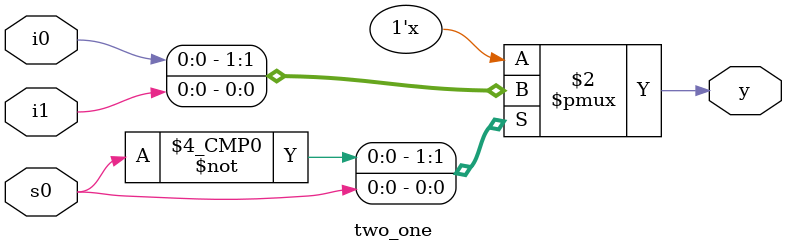
<source format=v>
/* 
*/

module two_one(	
		input i0, 
		input i1, 
		input s0,
		
		// input [1:0]i,
		//output y,
		output reg y // for behavorial
	);

wire [1:0]w;
wire s0_not;

/*

// Gate Level
not(s0_not, s0);

and(w[0], i0, s0_not);
and(w[1], i1, s0);

or(y, w[0],w[1]);

*/

// RTL/Dataflow Model
// assign y = (~s0&i0) | (s0&i1); 

// Behavioral Modelling

always @(*)
begin 
		
		case(s0)
			1'b0:	y = i0;
			1'b1:	y = i1;
		endcase
end


endmodule

</source>
